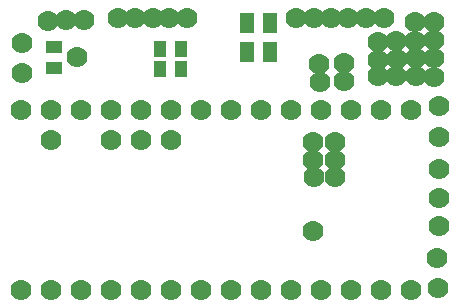
<source format=gbr>
%FSLAX35Y35*%
%MOIN*%
G04 EasyPC Gerber Version 18.0.8 Build 3632 *
%ADD29R,0.04150X0.05724*%
%ADD27R,0.04937X0.06906*%
%ADD28R,0.04937X0.07102*%
%ADD25C,0.07000*%
%ADD26C,0.07000*%
%ADD72R,0.05724X0.04150*%
X0Y0D02*
D02*
D25*
X5758Y76541D03*
Y86541D03*
X14494Y93780D03*
X20485Y94154D03*
X24104Y81799D03*
X26475Y94154D03*
X37832Y94654D03*
X43698D03*
X49439D03*
X54930D03*
X60921D03*
X97114D03*
X102855Y23890D03*
Y47603D03*
Y53469D03*
X103104Y41737D03*
Y94778D03*
X104976Y79428D03*
X105101Y73312D03*
X108845Y94778D03*
X110343Y41737D03*
Y47478D03*
Y53469D03*
X113089Y73936D03*
X113213Y79802D03*
X114586Y94778D03*
X120577Y94654D03*
X124446Y80800D03*
X124570Y86916D03*
X124695Y75309D03*
X126567Y94654D03*
X130686Y75309D03*
Y87165D03*
X130811Y81050D03*
X136801Y93530D03*
X136926Y87290D03*
X137051Y81300D03*
X137300Y75309D03*
X143041Y93530D03*
X143291Y75184D03*
Y81424D03*
Y87540D03*
X144165Y14904D03*
X144414Y4920D03*
X144789Y25388D03*
Y44483D03*
Y55216D03*
Y65574D03*
X144913Y34873D03*
D02*
D26*
X5697Y4069D03*
Y64069D03*
X15697Y4069D03*
Y54069D03*
Y64069D03*
X25697Y4069D03*
Y64069D03*
X35697Y4069D03*
Y54069D03*
Y64069D03*
X45697Y4069D03*
Y54069D03*
Y64069D03*
X55697Y4069D03*
Y54069D03*
Y64069D03*
X65697Y4069D03*
Y64069D03*
X75697Y4069D03*
Y64069D03*
X85697Y4069D03*
Y64069D03*
X95697Y4069D03*
Y64069D03*
X105697Y4069D03*
Y64069D03*
X115697Y4069D03*
Y64069D03*
X125697Y4069D03*
Y64069D03*
X135697Y4069D03*
Y64069D03*
D02*
D27*
X88627Y83296D03*
Y93139D03*
D02*
D28*
X80753Y83296D03*
Y93139D03*
D02*
D29*
X51886Y77805D03*
Y84420D03*
X58973Y77805D03*
Y84420D03*
D02*
D72*
X16616Y78006D03*
Y85093D03*
X0Y0D02*
M02*

</source>
